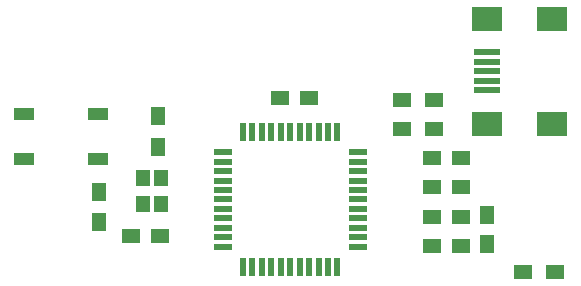
<source format=gtp>
G04 #@! TF.GenerationSoftware,KiCad,Pcbnew,(5.1.4)-1*
G04 #@! TF.CreationDate,2020-01-26T21:21:17-03:00*
G04 #@! TF.ProjectId,CONTESTING,434f4e54-4553-4544-994e-472e6b696361,rev?*
G04 #@! TF.SameCoordinates,Original*
G04 #@! TF.FileFunction,Paste,Top*
G04 #@! TF.FilePolarity,Positive*
%FSLAX46Y46*%
G04 Gerber Fmt 4.6, Leading zero omitted, Abs format (unit mm)*
G04 Created by KiCad (PCBNEW (5.1.4)-1) date 2020-01-26 21:21:17*
%MOMM*%
%LPD*%
G04 APERTURE LIST*
%ADD10R,1.200000X1.400000*%
%ADD11R,1.500000X0.550000*%
%ADD12R,0.550000X1.500000*%
%ADD13R,1.700000X1.000000*%
%ADD14R,1.500000X1.300000*%
%ADD15R,1.300000X1.500000*%
%ADD16R,2.500000X2.000000*%
%ADD17R,2.300000X0.500000*%
%ADD18R,1.500000X1.250000*%
%ADD19R,1.250000X1.500000*%
G04 APERTURE END LIST*
D10*
X76000000Y-121550000D03*
X76000000Y-119350000D03*
X74400000Y-121550000D03*
X74400000Y-119350000D03*
D11*
X92600000Y-117200000D03*
X92600000Y-118000000D03*
X92600000Y-118800000D03*
X92600000Y-119600000D03*
X92600000Y-120400000D03*
X92600000Y-121200000D03*
X92600000Y-122000000D03*
X92600000Y-122800000D03*
X92600000Y-123600000D03*
X92600000Y-124400000D03*
X92600000Y-125200000D03*
D12*
X90900000Y-126900000D03*
X90100000Y-126900000D03*
X89300000Y-126900000D03*
X88500000Y-126900000D03*
X87700000Y-126900000D03*
X86900000Y-126900000D03*
X86100000Y-126900000D03*
X85300000Y-126900000D03*
X84500000Y-126900000D03*
X83700000Y-126900000D03*
X82900000Y-126900000D03*
D11*
X81200000Y-125200000D03*
X81200000Y-124400000D03*
X81200000Y-123600000D03*
X81200000Y-122800000D03*
X81200000Y-122000000D03*
X81200000Y-121200000D03*
X81200000Y-120400000D03*
X81200000Y-119600000D03*
X81200000Y-118800000D03*
X81200000Y-118000000D03*
X81200000Y-117200000D03*
D12*
X82900000Y-115500000D03*
X83700000Y-115500000D03*
X84500000Y-115500000D03*
X85300000Y-115500000D03*
X86100000Y-115500000D03*
X86900000Y-115500000D03*
X87700000Y-115500000D03*
X88500000Y-115500000D03*
X89300000Y-115500000D03*
X90100000Y-115500000D03*
X90900000Y-115500000D03*
D13*
X70650000Y-117800000D03*
X64350000Y-117800000D03*
X70650000Y-114000000D03*
X64350000Y-114000000D03*
D14*
X106600000Y-127300000D03*
X109300000Y-127300000D03*
D15*
X75700000Y-116800000D03*
X75700000Y-114100000D03*
D14*
X99050000Y-112750000D03*
X96350000Y-112750000D03*
X96350000Y-115250000D03*
X99050000Y-115250000D03*
D16*
X103600000Y-114800000D03*
X109100000Y-114800000D03*
X109100000Y-105900000D03*
X103600000Y-105900000D03*
D17*
X103600000Y-108750000D03*
X103600000Y-109550000D03*
X103600000Y-110350000D03*
X103600000Y-111150000D03*
X103600000Y-111950000D03*
D18*
X73400000Y-124300000D03*
X75900000Y-124300000D03*
D19*
X70750000Y-120600000D03*
X70750000Y-123100000D03*
D18*
X101400000Y-120150000D03*
X98900000Y-120150000D03*
D19*
X103600000Y-122500000D03*
X103600000Y-125000000D03*
D18*
X101400000Y-117650000D03*
X98900000Y-117650000D03*
X101400000Y-122650000D03*
X98900000Y-122650000D03*
X101400000Y-125150000D03*
X98900000Y-125150000D03*
X88500000Y-112650000D03*
X86000000Y-112650000D03*
M02*

</source>
